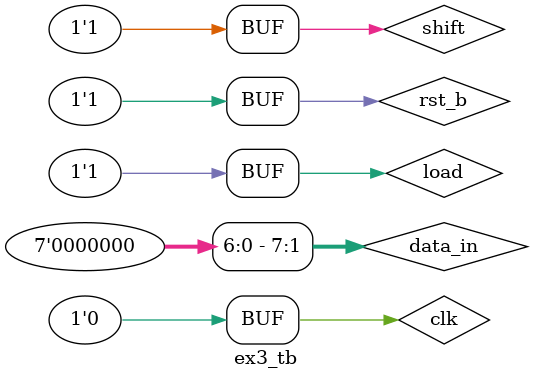
<source format=v>
module ex3 #(
    parameter WIDTH = 8
)(
    input clk, rst_b, shift, load,
    input [WIDTH-1:0] data_in,
    output reg [WIDTH-1:0] data_out,
    output reg b_out
);

always @(posedge clk, negedge rst_b) begin

    if(~rst_b) begin
        data_out <= {WIDTH{1'b0}};
        b_out <= 1'bz;
    end else begin
        if(shift) begin
            b_out <= data_out[0];
            data_out <= {1'b0, data_out[WIDTH-1:1]};
        end else if(load) begin
            data_out <= data_in;
            b_out <= 1'bz;
        end
    end

end

endmodule


module ex3_tb;

localparam CLK_PERIOD = 10, CLK_CYCLES = 30, RESET_PULSE = 5;

reg clk, rst_b, shift, load;
reg [7:0] data_in;
wire [7:0] data_out;
wire b_out;

ex3 #(
    .WIDTH(8)
) uut (
    .clk(clk),
    .rst_b(rst_b),
    .shift(shift),
    .load(load),
    .data_in(data_in),
    .data_out(data_out),
    .b_out(b_out)
);

// CLK GENERATION
initial begin
    clk = 1'b0;
    repeat (CLK_CYCLES) #(CLK_PERIOD/2) clk = ~clk;
end

// RESET GENERATION
initial begin
    rst_b = 1'b0;
    #(RESET_PULSE) rst_b = 1'b1;
end

// DATA GENERATION
initial begin
    repeat (CLK_CYCLES) #(CLK_PERIOD) data_in = $urandom;
end

initial begin
    $display("data_in  | shift | load | data_out | b_out");
    $monitor("%b |   %b   |   %b  | %b |   %b", data_in, shift, load, data_out, b_out);

    shift = 1'b0;
    load = 1'b0;
    #CLK_PERIOD;

    shift = 1'b1;
    load = 1'b0;

    #CLK_PERIOD;

    shift = 1'b0;
    load = 1'b1;

    #CLK_PERIOD;
    shift = 1'b1;
    load = 1'b0;

    #CLK_PERIOD;
    shift = 1'b0;
    load = 1'b1;

    #CLK_PERIOD;
    shift = 1'b1;
    load = 1'b0;

    #CLK_PERIOD;
    shift = 1'b0;
    load = 1'b0;

    #CLK_PERIOD;
    shift = 1'b1;
    load = 1'b1;
    end

endmodule
</source>
